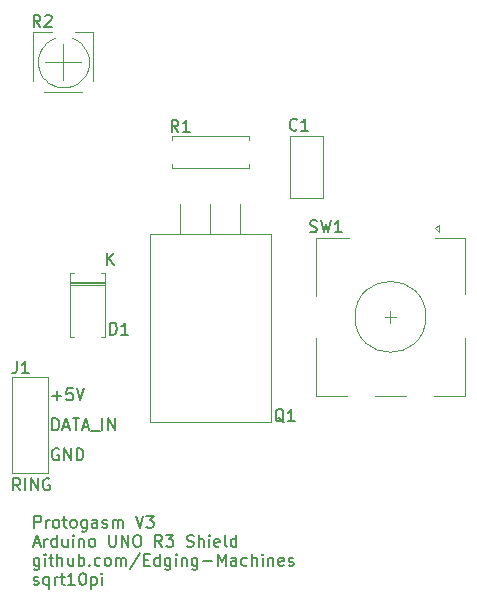
<source format=gbr>
%TF.GenerationSoftware,KiCad,Pcbnew,6.0.1-79c1e3a40b~116~ubuntu20.04.1*%
%TF.CreationDate,2022-01-30T00:58:34-05:00*%
%TF.ProjectId,Protogasm-Board-V2,50726f74-6f67-4617-936d-2d426f617264,rev?*%
%TF.SameCoordinates,PX68290a0PY76b1be0*%
%TF.FileFunction,Legend,Top*%
%TF.FilePolarity,Positive*%
%FSLAX46Y46*%
G04 Gerber Fmt 4.6, Leading zero omitted, Abs format (unit mm)*
G04 Created by KiCad (PCBNEW 6.0.1-79c1e3a40b~116~ubuntu20.04.1) date 2022-01-30 00:58:34*
%MOMM*%
%LPD*%
G01*
G04 APERTURE LIST*
G04 Aperture macros list*
%AMRotRect*
0 Rectangle, with rotation*
0 The origin of the aperture is its center*
0 $1 length*
0 $2 width*
0 $3 Rotation angle, in degrees counterclockwise*
0 Add horizontal line*
21,1,$1,$2,0,0,$3*%
G04 Aperture macros list end*
%ADD10C,0.150000*%
%ADD11C,0.120000*%
%ADD12C,0.100000*%
%ADD13C,1.981200*%
%ADD14RotRect,1.981200X1.981200X240.000000*%
%ADD15C,1.600000*%
%ADD16O,1.600000X1.600000*%
%ADD17R,2.000000X2.000000*%
%ADD18C,2.000000*%
%ADD19R,2.500000X3.000000*%
%ADD20O,3.500000X3.500000*%
%ADD21R,1.905000X2.000000*%
%ADD22O,1.905000X2.000000*%
%ADD23C,2.159000*%
%ADD24R,1.800000X1.800000*%
%ADD25O,1.800000X1.800000*%
%ADD26C,1.524000*%
%ADD27C,2.540000*%
%ADD28R,1.600000X1.600000*%
%ADD29C,3.200000*%
G04 APERTURE END LIST*
D10*
X2621595Y9074620D02*
X2621595Y10074620D01*
X3002547Y10074620D01*
X3097785Y10027000D01*
X3145404Y9979381D01*
X3193023Y9884143D01*
X3193023Y9741286D01*
X3145404Y9646048D01*
X3097785Y9598429D01*
X3002547Y9550810D01*
X2621595Y9550810D01*
X3621595Y9074620D02*
X3621595Y9741286D01*
X3621595Y9550810D02*
X3669214Y9646048D01*
X3716833Y9693667D01*
X3812071Y9741286D01*
X3907309Y9741286D01*
X4383500Y9074620D02*
X4288261Y9122239D01*
X4240642Y9169858D01*
X4193023Y9265096D01*
X4193023Y9550810D01*
X4240642Y9646048D01*
X4288261Y9693667D01*
X4383500Y9741286D01*
X4526357Y9741286D01*
X4621595Y9693667D01*
X4669214Y9646048D01*
X4716833Y9550810D01*
X4716833Y9265096D01*
X4669214Y9169858D01*
X4621595Y9122239D01*
X4526357Y9074620D01*
X4383500Y9074620D01*
X5002547Y9741286D02*
X5383500Y9741286D01*
X5145404Y10074620D02*
X5145404Y9217477D01*
X5193023Y9122239D01*
X5288261Y9074620D01*
X5383500Y9074620D01*
X5859690Y9074620D02*
X5764452Y9122239D01*
X5716833Y9169858D01*
X5669214Y9265096D01*
X5669214Y9550810D01*
X5716833Y9646048D01*
X5764452Y9693667D01*
X5859690Y9741286D01*
X6002547Y9741286D01*
X6097785Y9693667D01*
X6145404Y9646048D01*
X6193023Y9550810D01*
X6193023Y9265096D01*
X6145404Y9169858D01*
X6097785Y9122239D01*
X6002547Y9074620D01*
X5859690Y9074620D01*
X7050166Y9741286D02*
X7050166Y8931762D01*
X7002547Y8836524D01*
X6954928Y8788905D01*
X6859690Y8741286D01*
X6716833Y8741286D01*
X6621595Y8788905D01*
X7050166Y9122239D02*
X6954928Y9074620D01*
X6764452Y9074620D01*
X6669214Y9122239D01*
X6621595Y9169858D01*
X6573976Y9265096D01*
X6573976Y9550810D01*
X6621595Y9646048D01*
X6669214Y9693667D01*
X6764452Y9741286D01*
X6954928Y9741286D01*
X7050166Y9693667D01*
X7954928Y9074620D02*
X7954928Y9598429D01*
X7907309Y9693667D01*
X7812071Y9741286D01*
X7621595Y9741286D01*
X7526357Y9693667D01*
X7954928Y9122239D02*
X7859690Y9074620D01*
X7621595Y9074620D01*
X7526357Y9122239D01*
X7478738Y9217477D01*
X7478738Y9312715D01*
X7526357Y9407953D01*
X7621595Y9455572D01*
X7859690Y9455572D01*
X7954928Y9503191D01*
X8383500Y9122239D02*
X8478738Y9074620D01*
X8669214Y9074620D01*
X8764452Y9122239D01*
X8812071Y9217477D01*
X8812071Y9265096D01*
X8764452Y9360334D01*
X8669214Y9407953D01*
X8526357Y9407953D01*
X8431119Y9455572D01*
X8383500Y9550810D01*
X8383500Y9598429D01*
X8431119Y9693667D01*
X8526357Y9741286D01*
X8669214Y9741286D01*
X8764452Y9693667D01*
X9240642Y9074620D02*
X9240642Y9741286D01*
X9240642Y9646048D02*
X9288261Y9693667D01*
X9383500Y9741286D01*
X9526357Y9741286D01*
X9621595Y9693667D01*
X9669214Y9598429D01*
X9669214Y9074620D01*
X9669214Y9598429D02*
X9716833Y9693667D01*
X9812071Y9741286D01*
X9954928Y9741286D01*
X10050166Y9693667D01*
X10097785Y9598429D01*
X10097785Y9074620D01*
X11193023Y10074620D02*
X11526357Y9074620D01*
X11859690Y10074620D01*
X12097785Y10074620D02*
X12716833Y10074620D01*
X12383500Y9693667D01*
X12526357Y9693667D01*
X12621595Y9646048D01*
X12669214Y9598429D01*
X12716833Y9503191D01*
X12716833Y9265096D01*
X12669214Y9169858D01*
X12621595Y9122239D01*
X12526357Y9074620D01*
X12240642Y9074620D01*
X12145404Y9122239D01*
X12097785Y9169858D01*
X2573976Y7750334D02*
X3050166Y7750334D01*
X2478738Y7464620D02*
X2812071Y8464620D01*
X3145404Y7464620D01*
X3478738Y7464620D02*
X3478738Y8131286D01*
X3478738Y7940810D02*
X3526357Y8036048D01*
X3573976Y8083667D01*
X3669214Y8131286D01*
X3764452Y8131286D01*
X4526357Y7464620D02*
X4526357Y8464620D01*
X4526357Y7512239D02*
X4431119Y7464620D01*
X4240642Y7464620D01*
X4145404Y7512239D01*
X4097785Y7559858D01*
X4050166Y7655096D01*
X4050166Y7940810D01*
X4097785Y8036048D01*
X4145404Y8083667D01*
X4240642Y8131286D01*
X4431119Y8131286D01*
X4526357Y8083667D01*
X5431119Y8131286D02*
X5431119Y7464620D01*
X5002547Y8131286D02*
X5002547Y7607477D01*
X5050166Y7512239D01*
X5145404Y7464620D01*
X5288261Y7464620D01*
X5383500Y7512239D01*
X5431119Y7559858D01*
X5907309Y7464620D02*
X5907309Y8131286D01*
X5907309Y8464620D02*
X5859690Y8417000D01*
X5907309Y8369381D01*
X5954928Y8417000D01*
X5907309Y8464620D01*
X5907309Y8369381D01*
X6383500Y8131286D02*
X6383500Y7464620D01*
X6383500Y8036048D02*
X6431119Y8083667D01*
X6526357Y8131286D01*
X6669214Y8131286D01*
X6764452Y8083667D01*
X6812071Y7988429D01*
X6812071Y7464620D01*
X7431119Y7464620D02*
X7335880Y7512239D01*
X7288261Y7559858D01*
X7240642Y7655096D01*
X7240642Y7940810D01*
X7288261Y8036048D01*
X7335880Y8083667D01*
X7431119Y8131286D01*
X7573976Y8131286D01*
X7669214Y8083667D01*
X7716833Y8036048D01*
X7764452Y7940810D01*
X7764452Y7655096D01*
X7716833Y7559858D01*
X7669214Y7512239D01*
X7573976Y7464620D01*
X7431119Y7464620D01*
X8954928Y8464620D02*
X8954928Y7655096D01*
X9002547Y7559858D01*
X9050166Y7512239D01*
X9145404Y7464620D01*
X9335880Y7464620D01*
X9431119Y7512239D01*
X9478738Y7559858D01*
X9526357Y7655096D01*
X9526357Y8464620D01*
X10002547Y7464620D02*
X10002547Y8464620D01*
X10573976Y7464620D01*
X10573976Y8464620D01*
X11240642Y8464620D02*
X11431119Y8464620D01*
X11526357Y8417000D01*
X11621595Y8321762D01*
X11669214Y8131286D01*
X11669214Y7797953D01*
X11621595Y7607477D01*
X11526357Y7512239D01*
X11431119Y7464620D01*
X11240642Y7464620D01*
X11145404Y7512239D01*
X11050166Y7607477D01*
X11002547Y7797953D01*
X11002547Y8131286D01*
X11050166Y8321762D01*
X11145404Y8417000D01*
X11240642Y8464620D01*
X13431119Y7464620D02*
X13097785Y7940810D01*
X12859690Y7464620D02*
X12859690Y8464620D01*
X13240642Y8464620D01*
X13335880Y8417000D01*
X13383500Y8369381D01*
X13431119Y8274143D01*
X13431119Y8131286D01*
X13383500Y8036048D01*
X13335880Y7988429D01*
X13240642Y7940810D01*
X12859690Y7940810D01*
X13764452Y8464620D02*
X14383500Y8464620D01*
X14050166Y8083667D01*
X14193023Y8083667D01*
X14288261Y8036048D01*
X14335880Y7988429D01*
X14383500Y7893191D01*
X14383500Y7655096D01*
X14335880Y7559858D01*
X14288261Y7512239D01*
X14193023Y7464620D01*
X13907309Y7464620D01*
X13812071Y7512239D01*
X13764452Y7559858D01*
X15526357Y7512239D02*
X15669214Y7464620D01*
X15907309Y7464620D01*
X16002547Y7512239D01*
X16050166Y7559858D01*
X16097785Y7655096D01*
X16097785Y7750334D01*
X16050166Y7845572D01*
X16002547Y7893191D01*
X15907309Y7940810D01*
X15716833Y7988429D01*
X15621595Y8036048D01*
X15573976Y8083667D01*
X15526357Y8178905D01*
X15526357Y8274143D01*
X15573976Y8369381D01*
X15621595Y8417000D01*
X15716833Y8464620D01*
X15954928Y8464620D01*
X16097785Y8417000D01*
X16526357Y7464620D02*
X16526357Y8464620D01*
X16954928Y7464620D02*
X16954928Y7988429D01*
X16907309Y8083667D01*
X16812071Y8131286D01*
X16669214Y8131286D01*
X16573976Y8083667D01*
X16526357Y8036048D01*
X17431119Y7464620D02*
X17431119Y8131286D01*
X17431119Y8464620D02*
X17383500Y8417000D01*
X17431119Y8369381D01*
X17478738Y8417000D01*
X17431119Y8464620D01*
X17431119Y8369381D01*
X18288261Y7512239D02*
X18193023Y7464620D01*
X18002547Y7464620D01*
X17907309Y7512239D01*
X17859690Y7607477D01*
X17859690Y7988429D01*
X17907309Y8083667D01*
X18002547Y8131286D01*
X18193023Y8131286D01*
X18288261Y8083667D01*
X18335880Y7988429D01*
X18335880Y7893191D01*
X17859690Y7797953D01*
X18907309Y7464620D02*
X18812071Y7512239D01*
X18764452Y7607477D01*
X18764452Y8464620D01*
X19716833Y7464620D02*
X19716833Y8464620D01*
X19716833Y7512239D02*
X19621595Y7464620D01*
X19431119Y7464620D01*
X19335880Y7512239D01*
X19288261Y7559858D01*
X19240642Y7655096D01*
X19240642Y7940810D01*
X19288261Y8036048D01*
X19335880Y8083667D01*
X19431119Y8131286D01*
X19621595Y8131286D01*
X19716833Y8083667D01*
X3050166Y6521286D02*
X3050166Y5711762D01*
X3002547Y5616524D01*
X2954928Y5568905D01*
X2859690Y5521286D01*
X2716833Y5521286D01*
X2621595Y5568905D01*
X3050166Y5902239D02*
X2954928Y5854620D01*
X2764452Y5854620D01*
X2669214Y5902239D01*
X2621595Y5949858D01*
X2573976Y6045096D01*
X2573976Y6330810D01*
X2621595Y6426048D01*
X2669214Y6473667D01*
X2764452Y6521286D01*
X2954928Y6521286D01*
X3050166Y6473667D01*
X3526357Y5854620D02*
X3526357Y6521286D01*
X3526357Y6854620D02*
X3478738Y6807000D01*
X3526357Y6759381D01*
X3573976Y6807000D01*
X3526357Y6854620D01*
X3526357Y6759381D01*
X3859690Y6521286D02*
X4240642Y6521286D01*
X4002547Y6854620D02*
X4002547Y5997477D01*
X4050166Y5902239D01*
X4145404Y5854620D01*
X4240642Y5854620D01*
X4573976Y5854620D02*
X4573976Y6854620D01*
X5002547Y5854620D02*
X5002547Y6378429D01*
X4954928Y6473667D01*
X4859690Y6521286D01*
X4716833Y6521286D01*
X4621595Y6473667D01*
X4573976Y6426048D01*
X5907309Y6521286D02*
X5907309Y5854620D01*
X5478738Y6521286D02*
X5478738Y5997477D01*
X5526357Y5902239D01*
X5621595Y5854620D01*
X5764452Y5854620D01*
X5859690Y5902239D01*
X5907309Y5949858D01*
X6383500Y5854620D02*
X6383500Y6854620D01*
X6383500Y6473667D02*
X6478738Y6521286D01*
X6669214Y6521286D01*
X6764452Y6473667D01*
X6812071Y6426048D01*
X6859690Y6330810D01*
X6859690Y6045096D01*
X6812071Y5949858D01*
X6764452Y5902239D01*
X6669214Y5854620D01*
X6478738Y5854620D01*
X6383500Y5902239D01*
X7288261Y5949858D02*
X7335880Y5902239D01*
X7288261Y5854620D01*
X7240642Y5902239D01*
X7288261Y5949858D01*
X7288261Y5854620D01*
X8193023Y5902239D02*
X8097785Y5854620D01*
X7907309Y5854620D01*
X7812071Y5902239D01*
X7764452Y5949858D01*
X7716833Y6045096D01*
X7716833Y6330810D01*
X7764452Y6426048D01*
X7812071Y6473667D01*
X7907309Y6521286D01*
X8097785Y6521286D01*
X8193023Y6473667D01*
X8764452Y5854620D02*
X8669214Y5902239D01*
X8621595Y5949858D01*
X8573976Y6045096D01*
X8573976Y6330810D01*
X8621595Y6426048D01*
X8669214Y6473667D01*
X8764452Y6521286D01*
X8907309Y6521286D01*
X9002547Y6473667D01*
X9050166Y6426048D01*
X9097785Y6330810D01*
X9097785Y6045096D01*
X9050166Y5949858D01*
X9002547Y5902239D01*
X8907309Y5854620D01*
X8764452Y5854620D01*
X9526357Y5854620D02*
X9526357Y6521286D01*
X9526357Y6426048D02*
X9573976Y6473667D01*
X9669214Y6521286D01*
X9812071Y6521286D01*
X9907309Y6473667D01*
X9954928Y6378429D01*
X9954928Y5854620D01*
X9954928Y6378429D02*
X10002547Y6473667D01*
X10097785Y6521286D01*
X10240642Y6521286D01*
X10335880Y6473667D01*
X10383500Y6378429D01*
X10383500Y5854620D01*
X11573976Y6902239D02*
X10716833Y5616524D01*
X11907309Y6378429D02*
X12240642Y6378429D01*
X12383500Y5854620D02*
X11907309Y5854620D01*
X11907309Y6854620D01*
X12383500Y6854620D01*
X13240642Y5854620D02*
X13240642Y6854620D01*
X13240642Y5902239D02*
X13145404Y5854620D01*
X12954928Y5854620D01*
X12859690Y5902239D01*
X12812071Y5949858D01*
X12764452Y6045096D01*
X12764452Y6330810D01*
X12812071Y6426048D01*
X12859690Y6473667D01*
X12954928Y6521286D01*
X13145404Y6521286D01*
X13240642Y6473667D01*
X14145404Y6521286D02*
X14145404Y5711762D01*
X14097785Y5616524D01*
X14050166Y5568905D01*
X13954928Y5521286D01*
X13812071Y5521286D01*
X13716833Y5568905D01*
X14145404Y5902239D02*
X14050166Y5854620D01*
X13859690Y5854620D01*
X13764452Y5902239D01*
X13716833Y5949858D01*
X13669214Y6045096D01*
X13669214Y6330810D01*
X13716833Y6426048D01*
X13764452Y6473667D01*
X13859690Y6521286D01*
X14050166Y6521286D01*
X14145404Y6473667D01*
X14621595Y5854620D02*
X14621595Y6521286D01*
X14621595Y6854620D02*
X14573976Y6807000D01*
X14621595Y6759381D01*
X14669214Y6807000D01*
X14621595Y6854620D01*
X14621595Y6759381D01*
X15097785Y6521286D02*
X15097785Y5854620D01*
X15097785Y6426048D02*
X15145404Y6473667D01*
X15240642Y6521286D01*
X15383500Y6521286D01*
X15478738Y6473667D01*
X15526357Y6378429D01*
X15526357Y5854620D01*
X16431119Y6521286D02*
X16431119Y5711762D01*
X16383500Y5616524D01*
X16335880Y5568905D01*
X16240642Y5521286D01*
X16097785Y5521286D01*
X16002547Y5568905D01*
X16431119Y5902239D02*
X16335880Y5854620D01*
X16145404Y5854620D01*
X16050166Y5902239D01*
X16002547Y5949858D01*
X15954928Y6045096D01*
X15954928Y6330810D01*
X16002547Y6426048D01*
X16050166Y6473667D01*
X16145404Y6521286D01*
X16335880Y6521286D01*
X16431119Y6473667D01*
X16907309Y6235572D02*
X17669214Y6235572D01*
X18145404Y5854620D02*
X18145404Y6854620D01*
X18478738Y6140334D01*
X18812071Y6854620D01*
X18812071Y5854620D01*
X19716833Y5854620D02*
X19716833Y6378429D01*
X19669214Y6473667D01*
X19573976Y6521286D01*
X19383500Y6521286D01*
X19288261Y6473667D01*
X19716833Y5902239D02*
X19621595Y5854620D01*
X19383500Y5854620D01*
X19288261Y5902239D01*
X19240642Y5997477D01*
X19240642Y6092715D01*
X19288261Y6187953D01*
X19383500Y6235572D01*
X19621595Y6235572D01*
X19716833Y6283191D01*
X20621595Y5902239D02*
X20526357Y5854620D01*
X20335880Y5854620D01*
X20240642Y5902239D01*
X20193023Y5949858D01*
X20145404Y6045096D01*
X20145404Y6330810D01*
X20193023Y6426048D01*
X20240642Y6473667D01*
X20335880Y6521286D01*
X20526357Y6521286D01*
X20621595Y6473667D01*
X21050166Y5854620D02*
X21050166Y6854620D01*
X21478738Y5854620D02*
X21478738Y6378429D01*
X21431119Y6473667D01*
X21335880Y6521286D01*
X21193023Y6521286D01*
X21097785Y6473667D01*
X21050166Y6426048D01*
X21954928Y5854620D02*
X21954928Y6521286D01*
X21954928Y6854620D02*
X21907309Y6807000D01*
X21954928Y6759381D01*
X22002547Y6807000D01*
X21954928Y6854620D01*
X21954928Y6759381D01*
X22431119Y6521286D02*
X22431119Y5854620D01*
X22431119Y6426048D02*
X22478738Y6473667D01*
X22573976Y6521286D01*
X22716833Y6521286D01*
X22812071Y6473667D01*
X22859690Y6378429D01*
X22859690Y5854620D01*
X23716833Y5902239D02*
X23621595Y5854620D01*
X23431119Y5854620D01*
X23335880Y5902239D01*
X23288261Y5997477D01*
X23288261Y6378429D01*
X23335880Y6473667D01*
X23431119Y6521286D01*
X23621595Y6521286D01*
X23716833Y6473667D01*
X23764452Y6378429D01*
X23764452Y6283191D01*
X23288261Y6187953D01*
X24145404Y5902239D02*
X24240642Y5854620D01*
X24431119Y5854620D01*
X24526357Y5902239D01*
X24573976Y5997477D01*
X24573976Y6045096D01*
X24526357Y6140334D01*
X24431119Y6187953D01*
X24288261Y6187953D01*
X24193023Y6235572D01*
X24145404Y6330810D01*
X24145404Y6378429D01*
X24193023Y6473667D01*
X24288261Y6521286D01*
X24431119Y6521286D01*
X24526357Y6473667D01*
X2573976Y4292239D02*
X2669214Y4244620D01*
X2859690Y4244620D01*
X2954928Y4292239D01*
X3002547Y4387477D01*
X3002547Y4435096D01*
X2954928Y4530334D01*
X2859690Y4577953D01*
X2716833Y4577953D01*
X2621595Y4625572D01*
X2573976Y4720810D01*
X2573976Y4768429D01*
X2621595Y4863667D01*
X2716833Y4911286D01*
X2859690Y4911286D01*
X2954928Y4863667D01*
X3859690Y4911286D02*
X3859690Y3911286D01*
X3859690Y4292239D02*
X3764452Y4244620D01*
X3573976Y4244620D01*
X3478738Y4292239D01*
X3431119Y4339858D01*
X3383500Y4435096D01*
X3383500Y4720810D01*
X3431119Y4816048D01*
X3478738Y4863667D01*
X3573976Y4911286D01*
X3764452Y4911286D01*
X3859690Y4863667D01*
X4335880Y4244620D02*
X4335880Y4911286D01*
X4335880Y4720810D02*
X4383500Y4816048D01*
X4431119Y4863667D01*
X4526357Y4911286D01*
X4621595Y4911286D01*
X4812071Y4911286D02*
X5193023Y4911286D01*
X4954928Y5244620D02*
X4954928Y4387477D01*
X5002547Y4292239D01*
X5097785Y4244620D01*
X5193023Y4244620D01*
X6050166Y4244620D02*
X5478738Y4244620D01*
X5764452Y4244620D02*
X5764452Y5244620D01*
X5669214Y5101762D01*
X5573976Y5006524D01*
X5478738Y4958905D01*
X6669214Y5244620D02*
X6764452Y5244620D01*
X6859690Y5197000D01*
X6907309Y5149381D01*
X6954928Y5054143D01*
X7002547Y4863667D01*
X7002547Y4625572D01*
X6954928Y4435096D01*
X6907309Y4339858D01*
X6859690Y4292239D01*
X6764452Y4244620D01*
X6669214Y4244620D01*
X6573976Y4292239D01*
X6526357Y4339858D01*
X6478738Y4435096D01*
X6431119Y4625572D01*
X6431119Y4863667D01*
X6478738Y5054143D01*
X6526357Y5149381D01*
X6573976Y5197000D01*
X6669214Y5244620D01*
X7431119Y4911286D02*
X7431119Y3911286D01*
X7431119Y4863667D02*
X7526357Y4911286D01*
X7716833Y4911286D01*
X7812071Y4863667D01*
X7859690Y4816048D01*
X7907309Y4720810D01*
X7907309Y4435096D01*
X7859690Y4339858D01*
X7812071Y4292239D01*
X7716833Y4244620D01*
X7526357Y4244620D01*
X7431119Y4292239D01*
X8335880Y4244620D02*
X8335880Y4911286D01*
X8335880Y5244620D02*
X8288261Y5197000D01*
X8335880Y5149381D01*
X8383500Y5197000D01*
X8335880Y5244620D01*
X8335880Y5149381D01*
%TO.C,R1*%
X14815333Y42600620D02*
X14482000Y43076810D01*
X14243904Y42600620D02*
X14243904Y43600620D01*
X14624857Y43600620D01*
X14720095Y43553000D01*
X14767714Y43505381D01*
X14815333Y43410143D01*
X14815333Y43267286D01*
X14767714Y43172048D01*
X14720095Y43124429D01*
X14624857Y43076810D01*
X14243904Y43076810D01*
X15767714Y42600620D02*
X15196285Y42600620D01*
X15482000Y42600620D02*
X15482000Y43600620D01*
X15386761Y43457762D01*
X15291523Y43362524D01*
X15196285Y43314905D01*
%TO.C,SW1*%
X25978466Y34150239D02*
X26121323Y34102620D01*
X26359419Y34102620D01*
X26454657Y34150239D01*
X26502276Y34197858D01*
X26549895Y34293096D01*
X26549895Y34388334D01*
X26502276Y34483572D01*
X26454657Y34531191D01*
X26359419Y34578810D01*
X26168942Y34626429D01*
X26073704Y34674048D01*
X26026085Y34721667D01*
X25978466Y34816905D01*
X25978466Y34912143D01*
X26026085Y35007381D01*
X26073704Y35055000D01*
X26168942Y35102620D01*
X26407038Y35102620D01*
X26549895Y35055000D01*
X26883228Y35102620D02*
X27121323Y34102620D01*
X27311800Y34816905D01*
X27502276Y34102620D01*
X27740371Y35102620D01*
X28645133Y34102620D02*
X28073704Y34102620D01*
X28359419Y34102620D02*
X28359419Y35102620D01*
X28264180Y34959762D01*
X28168942Y34864524D01*
X28073704Y34816905D01*
%TO.C,C1*%
X24848333Y42797458D02*
X24800714Y42749839D01*
X24657857Y42702220D01*
X24562619Y42702220D01*
X24419761Y42749839D01*
X24324523Y42845077D01*
X24276904Y42940315D01*
X24229285Y43130791D01*
X24229285Y43273648D01*
X24276904Y43464124D01*
X24324523Y43559362D01*
X24419761Y43654600D01*
X24562619Y43702220D01*
X24657857Y43702220D01*
X24800714Y43654600D01*
X24848333Y43606981D01*
X25800714Y42702220D02*
X25229285Y42702220D01*
X25515000Y42702220D02*
X25515000Y43702220D01*
X25419761Y43559362D01*
X25324523Y43464124D01*
X25229285Y43416505D01*
%TO.C,Q1*%
X23755361Y17994381D02*
X23660123Y18042000D01*
X23564885Y18137239D01*
X23422028Y18280096D01*
X23326790Y18327715D01*
X23231552Y18327715D01*
X23279171Y18089620D02*
X23183933Y18137239D01*
X23088695Y18232477D01*
X23041076Y18422953D01*
X23041076Y18756286D01*
X23088695Y18946762D01*
X23183933Y19042000D01*
X23279171Y19089620D01*
X23469647Y19089620D01*
X23564885Y19042000D01*
X23660123Y18946762D01*
X23707742Y18756286D01*
X23707742Y18422953D01*
X23660123Y18232477D01*
X23564885Y18137239D01*
X23469647Y18089620D01*
X23279171Y18089620D01*
X24660123Y18089620D02*
X24088695Y18089620D01*
X24374409Y18089620D02*
X24374409Y19089620D01*
X24279171Y18946762D01*
X24183933Y18851524D01*
X24088695Y18803905D01*
%TO.C,J1*%
X1129309Y23153620D02*
X1129309Y22439334D01*
X1081690Y22296477D01*
X986452Y22201239D01*
X843595Y22153620D01*
X748357Y22153620D01*
X2129309Y22153620D02*
X1557880Y22153620D01*
X1843595Y22153620D02*
X1843595Y23153620D01*
X1748357Y23010762D01*
X1653119Y22915524D01*
X1557880Y22867905D01*
X4145595Y17327620D02*
X4145595Y18327620D01*
X4383690Y18327620D01*
X4526547Y18280000D01*
X4621785Y18184762D01*
X4669404Y18089524D01*
X4717023Y17899048D01*
X4717023Y17756191D01*
X4669404Y17565715D01*
X4621785Y17470477D01*
X4526547Y17375239D01*
X4383690Y17327620D01*
X4145595Y17327620D01*
X5097976Y17613334D02*
X5574166Y17613334D01*
X5002738Y17327620D02*
X5336071Y18327620D01*
X5669404Y17327620D01*
X5859880Y18327620D02*
X6431309Y18327620D01*
X6145595Y17327620D02*
X6145595Y18327620D01*
X6717023Y17613334D02*
X7193214Y17613334D01*
X6621785Y17327620D02*
X6955119Y18327620D01*
X7288452Y17327620D01*
X7383690Y17232381D02*
X8145595Y17232381D01*
X8383690Y17327620D02*
X8383690Y18327620D01*
X8859880Y17327620D02*
X8859880Y18327620D01*
X9431309Y17327620D01*
X9431309Y18327620D01*
X4145595Y20248572D02*
X4907500Y20248572D01*
X4526547Y19867620D02*
X4526547Y20629524D01*
X5859880Y20867620D02*
X5383690Y20867620D01*
X5336071Y20391429D01*
X5383690Y20439048D01*
X5478928Y20486667D01*
X5717023Y20486667D01*
X5812261Y20439048D01*
X5859880Y20391429D01*
X5907500Y20296191D01*
X5907500Y20058096D01*
X5859880Y19962858D01*
X5812261Y19915239D01*
X5717023Y19867620D01*
X5478928Y19867620D01*
X5383690Y19915239D01*
X5336071Y19962858D01*
X6193214Y20867620D02*
X6526547Y19867620D01*
X6859880Y20867620D01*
X1415023Y12247620D02*
X1081690Y12723810D01*
X843595Y12247620D02*
X843595Y13247620D01*
X1224547Y13247620D01*
X1319785Y13200000D01*
X1367404Y13152381D01*
X1415023Y13057143D01*
X1415023Y12914286D01*
X1367404Y12819048D01*
X1319785Y12771429D01*
X1224547Y12723810D01*
X843595Y12723810D01*
X1843595Y12247620D02*
X1843595Y13247620D01*
X2319785Y12247620D02*
X2319785Y13247620D01*
X2891214Y12247620D01*
X2891214Y13247620D01*
X3891214Y13200000D02*
X3795976Y13247620D01*
X3653119Y13247620D01*
X3510261Y13200000D01*
X3415023Y13104762D01*
X3367404Y13009524D01*
X3319785Y12819048D01*
X3319785Y12676191D01*
X3367404Y12485715D01*
X3415023Y12390477D01*
X3510261Y12295239D01*
X3653119Y12247620D01*
X3748357Y12247620D01*
X3891214Y12295239D01*
X3938833Y12342858D01*
X3938833Y12676191D01*
X3748357Y12676191D01*
X4669404Y15740000D02*
X4574166Y15787620D01*
X4431309Y15787620D01*
X4288452Y15740000D01*
X4193214Y15644762D01*
X4145595Y15549524D01*
X4097976Y15359048D01*
X4097976Y15216191D01*
X4145595Y15025715D01*
X4193214Y14930477D01*
X4288452Y14835239D01*
X4431309Y14787620D01*
X4526547Y14787620D01*
X4669404Y14835239D01*
X4717023Y14882858D01*
X4717023Y15216191D01*
X4526547Y15216191D01*
X5145595Y14787620D02*
X5145595Y15787620D01*
X5717023Y14787620D01*
X5717023Y15787620D01*
X6193214Y14787620D02*
X6193214Y15787620D01*
X6431309Y15787620D01*
X6574166Y15740000D01*
X6669404Y15644762D01*
X6717023Y15549524D01*
X6764642Y15359048D01*
X6764642Y15216191D01*
X6717023Y15025715D01*
X6669404Y14930477D01*
X6574166Y14835239D01*
X6431309Y14787620D01*
X6193214Y14787620D01*
%TO.C,D1*%
X9044904Y25430220D02*
X9044904Y26430220D01*
X9283000Y26430220D01*
X9425857Y26382600D01*
X9521095Y26287362D01*
X9568714Y26192124D01*
X9616333Y26001648D01*
X9616333Y25858791D01*
X9568714Y25668315D01*
X9521095Y25573077D01*
X9425857Y25477839D01*
X9283000Y25430220D01*
X9044904Y25430220D01*
X10568714Y25430220D02*
X9997285Y25430220D01*
X10283000Y25430220D02*
X10283000Y26430220D01*
X10187761Y26287362D01*
X10092523Y26192124D01*
X9997285Y26144505D01*
X8759095Y31297620D02*
X8759095Y32297620D01*
X9330523Y31297620D02*
X8901952Y31869048D01*
X9330523Y32297620D02*
X8759095Y31726191D01*
%TO.C,R2*%
X3131333Y51490620D02*
X2798000Y51966810D01*
X2559904Y51490620D02*
X2559904Y52490620D01*
X2940857Y52490620D01*
X3036095Y52443000D01*
X3083714Y52395381D01*
X3131333Y52300143D01*
X3131333Y52157286D01*
X3083714Y52062048D01*
X3036095Y52014429D01*
X2940857Y51966810D01*
X2559904Y51966810D01*
X3512285Y52395381D02*
X3559904Y52443000D01*
X3655142Y52490620D01*
X3893238Y52490620D01*
X3988476Y52443000D01*
X4036095Y52395381D01*
X4083714Y52300143D01*
X4083714Y52204905D01*
X4036095Y52062048D01*
X3464666Y51490620D01*
X4083714Y51490620D01*
D11*
%TO.C,R1*%
X14256000Y42264000D02*
X14256000Y41934000D01*
X14256000Y39524000D02*
X14256000Y39854000D01*
X20796000Y42264000D02*
X14256000Y42264000D01*
X20796000Y41934000D02*
X20796000Y42264000D01*
X20796000Y39854000D02*
X20796000Y39524000D01*
X20796000Y39524000D02*
X14256000Y39524000D01*
%TO.C,SW1*%
X36866000Y34128000D02*
X36566000Y34428000D01*
X33266000Y26928000D02*
X32266000Y26928000D01*
X26466000Y28728000D02*
X26466000Y33628000D01*
X39066000Y33628000D02*
X36566000Y33628000D01*
X32766000Y27428000D02*
X32766000Y26428000D01*
X39066000Y28828000D02*
X39066000Y33628000D01*
X39066000Y20228000D02*
X36466000Y20228000D01*
X34066000Y20228000D02*
X31466000Y20228000D01*
X26466000Y33628000D02*
X29266000Y33628000D01*
X36866000Y34728000D02*
X36866000Y34128000D01*
X26466000Y20228000D02*
X26466000Y25128000D01*
X39066000Y25128000D02*
X39066000Y20228000D01*
X29066000Y20228000D02*
X26466000Y20228000D01*
X36566000Y34428000D02*
X36866000Y34728000D01*
X35766000Y26928000D02*
G75*
G03*
X35766000Y26928000I-3000000J0D01*
G01*
%TO.C,C1*%
X24284000Y36984000D02*
X24284000Y42224000D01*
X24284000Y42224000D02*
X27024000Y42224000D01*
X24284000Y36984000D02*
X27024000Y36984000D01*
X27024000Y36984000D02*
X27024000Y42224000D01*
%TO.C,Q1*%
X14986000Y33902000D02*
X14986000Y36442000D01*
X20066000Y33902000D02*
X20066000Y36442000D01*
X22646000Y33902000D02*
X12406000Y33902000D01*
X22646000Y18012000D02*
X12406000Y18012000D01*
X12406000Y18012000D02*
X12406000Y33902000D01*
X17526000Y33902000D02*
X17526000Y36442000D01*
X22646000Y18012000D02*
X22646000Y33902000D01*
%TO.C,J1*%
X762000Y21844000D02*
X3810000Y21844000D01*
X3810000Y21844000D02*
X3810000Y13716000D01*
X3810000Y13716000D02*
X762000Y13716000D01*
X762000Y13716000D02*
X762000Y21844000D01*
%TO.C,D1*%
X8582000Y29640000D02*
X5642000Y29640000D01*
X8582000Y30660000D02*
X8582000Y25220000D01*
X5972000Y30660000D02*
X5642000Y30660000D01*
X8582000Y25220000D02*
X8252000Y25220000D01*
X8582000Y29760000D02*
X5642000Y29760000D01*
X8582000Y29880000D02*
X5642000Y29880000D01*
X8252000Y30660000D02*
X8582000Y30660000D01*
X5642000Y30660000D02*
X5642000Y25220000D01*
X5642000Y25220000D02*
X5972000Y25220000D01*
D12*
%TO.C,R2*%
X2936738Y48243243D02*
X2993313Y47954874D01*
X6558825Y50088789D02*
X6331419Y50274918D01*
X3005480Y49116704D02*
X2942878Y48829583D01*
X7044220Y47614710D02*
X7148094Y47889605D01*
X7160717Y49094947D02*
X7062623Y49371957D01*
X4899231Y46361279D02*
X5193061Y46356664D01*
X3106470Y49392672D02*
X3005480Y49116704D01*
X3810209Y46766283D02*
X4059150Y46610123D01*
X2919821Y48536622D02*
X2936738Y48243243D01*
X7220310Y48807186D02*
X7160717Y49094947D01*
X6294267Y46727260D02*
X6525521Y46908586D01*
X7239823Y48468758D02*
X7240297Y48514000D01*
D11*
X2540000Y46924000D02*
X2540000Y51054000D01*
D12*
X7062623Y49371957D02*
X6927841Y49633092D01*
X2942878Y48829583D02*
X2919821Y48536622D01*
X3088502Y47676851D02*
X3220542Y47414319D01*
X7240297Y48514000D02*
X7220310Y48807186D01*
X3847089Y50287926D02*
X3617747Y50104188D01*
X4608746Y46405730D02*
X4899231Y46361279D01*
D11*
X3556000Y48514000D02*
X6604000Y48514000D01*
D12*
X5769047Y46466539D02*
X6040544Y46578997D01*
X6730026Y47119620D02*
X6903999Y47356455D01*
X6525521Y46908586D02*
X6730026Y47119620D01*
X2993313Y47954874D02*
X3088502Y47676851D01*
X5484799Y46391968D02*
X5769047Y46466539D01*
X3415463Y49891025D02*
X3243979Y49652381D01*
X4340000Y50524000D02*
X4099246Y50438839D01*
X4099246Y50438839D02*
X3847089Y50287926D01*
X6080857Y50428463D02*
X5840000Y50524000D01*
X6927841Y49633092D02*
X6758866Y49873519D01*
X3386989Y47172136D02*
X3584765Y46954784D01*
X4326981Y46489193D02*
X4608746Y46405730D01*
X6903999Y47356455D02*
X7044220Y47614710D01*
X5193061Y46356664D02*
X5484799Y46391968D01*
X3584765Y46954784D02*
X3810209Y46766283D01*
D11*
X5080000Y50038000D02*
X5080000Y46990000D01*
X6020000Y51054000D02*
X7620000Y51054000D01*
X2540000Y51054000D02*
X4140000Y51054000D01*
D12*
X3243979Y49652381D02*
X3106470Y49392672D01*
D11*
X7620000Y51054000D02*
X7620000Y46924000D01*
D12*
X3220542Y47414319D02*
X3386989Y47172136D01*
X6758866Y49873519D02*
X6558825Y50088789D01*
D11*
X6690000Y45974000D02*
X3440000Y45974000D01*
D12*
X4059150Y46610123D02*
X4326981Y46489193D01*
X7148094Y47889605D02*
X7213700Y48176055D01*
X3617747Y50104188D02*
X3415463Y49891025D01*
X7213700Y48176055D02*
X7239823Y48468758D01*
X6331419Y50274918D02*
X6080857Y50428463D01*
X6040544Y46578997D02*
X6294267Y46727260D01*
%TD*%
%LPC*%
D13*
%TO.C,U2*%
X36398523Y40132000D03*
X34198818Y41402000D03*
X31999114Y42672000D03*
X29799409Y43942000D03*
X27599705Y45212000D03*
D14*
X25400000Y46482000D03*
%TD*%
D15*
%TO.C,R1*%
X21336000Y40894000D03*
D16*
X13716000Y40894000D03*
%TD*%
D17*
%TO.C,SW1*%
X35266000Y34428000D03*
D18*
X30266000Y34428000D03*
X32766000Y34428000D03*
D19*
X38366000Y26928000D03*
X27166000Y26928000D03*
D18*
X35266000Y19928000D03*
X30266000Y19928000D03*
%TD*%
D15*
%TO.C,C1*%
X25654000Y38354000D03*
X25654000Y40854000D03*
%TD*%
D20*
%TO.C,Q1*%
X17526000Y20932000D03*
D21*
X20066000Y37592000D03*
D22*
X17526000Y37592000D03*
X14986000Y37592000D03*
%TD*%
D23*
%TO.C,J1*%
X2286000Y20320000D03*
X2286000Y17780000D03*
X2286000Y15240000D03*
%TD*%
D24*
%TO.C,D1*%
X7112000Y31750000D03*
D25*
X7112000Y24130000D03*
%TD*%
D26*
%TO.C,R2*%
X2540000Y45974000D03*
X5080000Y51054000D03*
X7620000Y45974000D03*
%TD*%
D27*
%TO.C,M1*%
X2286000Y30226000D03*
X2286000Y25146000D03*
%TD*%
D16*
%TO.C,U1*%
X18800000Y50800000D03*
X21340000Y50800000D03*
X23880000Y50800000D03*
X26420000Y50800000D03*
X28960000Y50800000D03*
X31500000Y50800000D03*
X34040000Y50800000D03*
X36580000Y50800000D03*
X39120000Y50800000D03*
X41660000Y50800000D03*
X45720000Y50800000D03*
X48260000Y50800000D03*
X50800000Y50800000D03*
X53340000Y50800000D03*
X55880000Y50800000D03*
X58420000Y50800000D03*
X60960000Y50800000D03*
X63500000Y50800000D03*
X63500000Y2540000D03*
X60960000Y2540000D03*
X58420000Y2540000D03*
X55880000Y2540000D03*
X53340000Y2540000D03*
X50800000Y2540000D03*
X45720000Y2540000D03*
X43180000Y2540000D03*
X40640000Y2540000D03*
X38100000Y2540000D03*
X35560000Y2540000D03*
X33020000Y2540000D03*
X30480000Y2540000D03*
D28*
X27940000Y2540000D03*
D29*
X66040000Y35560000D03*
X13970000Y2540000D03*
X66040000Y7620000D03*
X15240000Y50800000D03*
%TD*%
M02*

</source>
